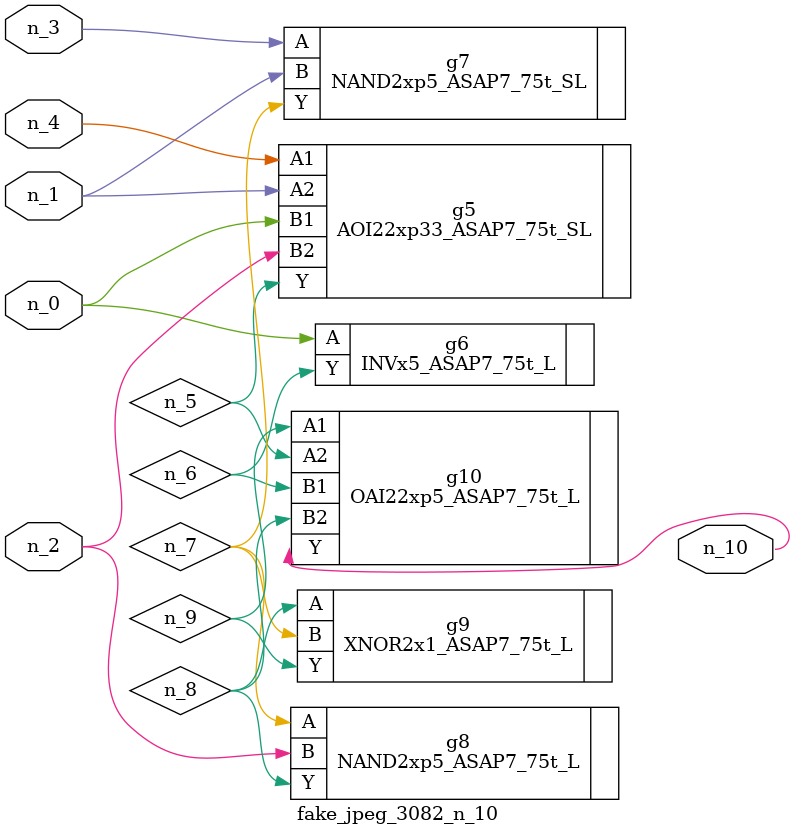
<source format=v>
module fake_jpeg_3082_n_10 (n_3, n_2, n_1, n_0, n_4, n_10);

input n_3;
input n_2;
input n_1;
input n_0;
input n_4;

output n_10;

wire n_8;
wire n_9;
wire n_6;
wire n_5;
wire n_7;

AOI22xp33_ASAP7_75t_SL g5 ( 
.A1(n_4),
.A2(n_1),
.B1(n_0),
.B2(n_2),
.Y(n_5)
);

INVx5_ASAP7_75t_L g6 ( 
.A(n_0),
.Y(n_6)
);

NAND2xp5_ASAP7_75t_SL g7 ( 
.A(n_3),
.B(n_1),
.Y(n_7)
);

NAND2xp5_ASAP7_75t_L g8 ( 
.A(n_7),
.B(n_2),
.Y(n_8)
);

XNOR2x1_ASAP7_75t_L g9 ( 
.A(n_8),
.B(n_7),
.Y(n_9)
);

OAI22xp5_ASAP7_75t_L g10 ( 
.A1(n_9),
.A2(n_5),
.B1(n_6),
.B2(n_8),
.Y(n_10)
);


endmodule
</source>
